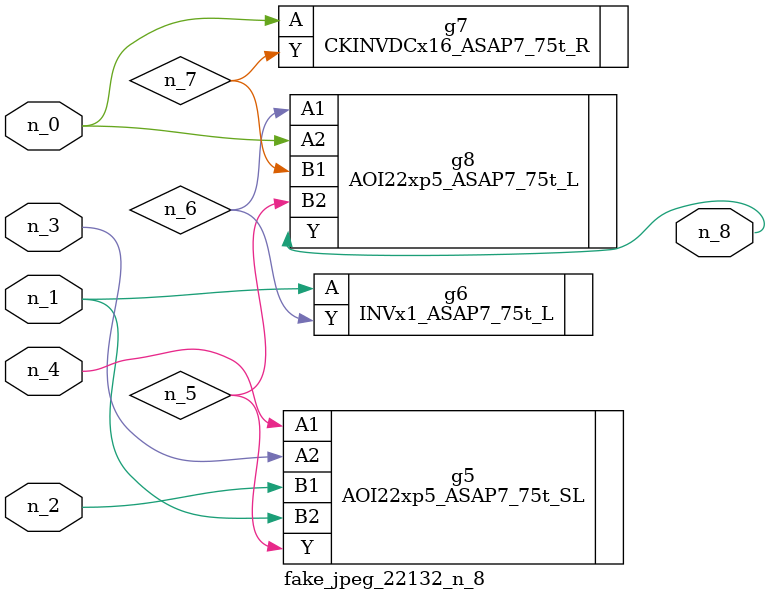
<source format=v>
module fake_jpeg_22132_n_8 (n_3, n_2, n_1, n_0, n_4, n_8);

input n_3;
input n_2;
input n_1;
input n_0;
input n_4;

output n_8;

wire n_6;
wire n_5;
wire n_7;

AOI22xp5_ASAP7_75t_SL g5 ( 
.A1(n_4),
.A2(n_3),
.B1(n_2),
.B2(n_1),
.Y(n_5)
);

INVx1_ASAP7_75t_L g6 ( 
.A(n_1),
.Y(n_6)
);

CKINVDCx16_ASAP7_75t_R g7 ( 
.A(n_0),
.Y(n_7)
);

AOI22xp5_ASAP7_75t_L g8 ( 
.A1(n_6),
.A2(n_0),
.B1(n_7),
.B2(n_5),
.Y(n_8)
);


endmodule
</source>
